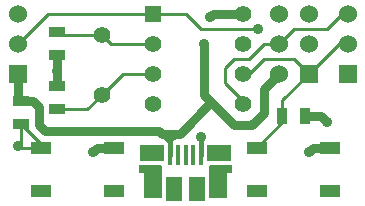
<source format=gtl>
G04 (created by PCBNEW (2013-07-07 BZR 4022)-stable) date 9/10/2013 12:20:35 AM*
%MOIN*%
G04 Gerber Fmt 3.4, Leading zero omitted, Abs format*
%FSLAX34Y34*%
G01*
G70*
G90*
G04 APERTURE LIST*
%ADD10C,0.00590551*%
%ADD11R,0.055X0.035*%
%ADD12R,0.035X0.055*%
%ADD13R,0.06X0.06*%
%ADD14C,0.06*%
%ADD15C,0.056*%
%ADD16R,0.0157X0.0689*%
%ADD17R,0.0561X0.0814*%
%ADD18R,0.0843X0.0571*%
%ADD19R,0.0719X0.025*%
%ADD20R,0.063X0.1116*%
%ADD21C,0.063*%
%ADD22C,0.0571*%
%ADD23R,0.055X0.055*%
%ADD24C,0.055*%
%ADD25R,0.0708661X0.0433071*%
%ADD26C,0.035*%
%ADD27C,0.03*%
%ADD28C,0.015*%
%ADD29C,0.01*%
G04 APERTURE END LIST*
G54D10*
G54D11*
X84300Y-58625D03*
X84300Y-59375D03*
X84300Y-61175D03*
X84300Y-60425D03*
G54D12*
X92575Y-61400D03*
X91825Y-61400D03*
G54D11*
X83100Y-60925D03*
X83100Y-61675D03*
G54D13*
X92700Y-60000D03*
G54D14*
X91700Y-60000D03*
X92700Y-59000D03*
X91700Y-59000D03*
X92700Y-58000D03*
X91700Y-58000D03*
G54D13*
X83000Y-60000D03*
G54D14*
X83000Y-59000D03*
X83000Y-58000D03*
G54D13*
X94000Y-60000D03*
G54D14*
X94000Y-59000D03*
X94000Y-58000D03*
G54D15*
X85800Y-60700D03*
X85800Y-58700D03*
G54D16*
X88088Y-62719D03*
X88344Y-62719D03*
X88600Y-62719D03*
X88856Y-62719D03*
X89112Y-62719D03*
G54D17*
X88221Y-63844D03*
X88979Y-63844D03*
G54D18*
X87486Y-62660D03*
X89714Y-62660D03*
G54D19*
X87424Y-63173D03*
X89776Y-63173D03*
G54D20*
X87517Y-63606D03*
X89683Y-63606D03*
G54D21*
X87517Y-63831D03*
X89683Y-63831D03*
G54D22*
X87621Y-62661D03*
X89579Y-62661D03*
G54D23*
X87500Y-58000D03*
G54D24*
X87500Y-59000D03*
X87500Y-60000D03*
X87500Y-61000D03*
X90500Y-61000D03*
X90500Y-60000D03*
X90500Y-59000D03*
X90500Y-58000D03*
G54D25*
X90979Y-62471D03*
X93420Y-62471D03*
X93420Y-63928D03*
X90979Y-63928D03*
X83779Y-62471D03*
X86220Y-62471D03*
X86220Y-63928D03*
X83779Y-63928D03*
G54D26*
X90800Y-61700D03*
X93300Y-61600D03*
X89200Y-59000D03*
X89400Y-58100D03*
X91000Y-58500D03*
X83000Y-62400D03*
X89100Y-62100D03*
X85500Y-62600D03*
X92700Y-62600D03*
X84300Y-59900D03*
G54D27*
X84100Y-61900D02*
X83900Y-61900D01*
X87700Y-61900D02*
X84100Y-61900D01*
X83525Y-60925D02*
X83100Y-60925D01*
X83700Y-61100D02*
X83525Y-60925D01*
X83700Y-61700D02*
X83700Y-61100D01*
X83900Y-61900D02*
X83700Y-61700D01*
X88300Y-62000D02*
X87800Y-62000D01*
X87800Y-62000D02*
X87700Y-61900D01*
X83100Y-60925D02*
X83125Y-60925D01*
G54D28*
X87700Y-61900D02*
X88088Y-62288D01*
X88088Y-62719D02*
X88088Y-62288D01*
X88088Y-62288D02*
X88088Y-62212D01*
G54D27*
X88400Y-62000D02*
X89450Y-60950D01*
X88300Y-62000D02*
X88400Y-62000D01*
G54D28*
X88088Y-62212D02*
X88300Y-62000D01*
G54D27*
X92575Y-61400D02*
X93100Y-61400D01*
X93100Y-61400D02*
X93300Y-61600D01*
X90500Y-58000D02*
X89500Y-58000D01*
X91200Y-60500D02*
X91700Y-60000D01*
X91200Y-61300D02*
X91200Y-60500D01*
X90800Y-61700D02*
X91200Y-61300D01*
X90200Y-61700D02*
X90800Y-61700D01*
X89200Y-60700D02*
X89450Y-60950D01*
X89450Y-60950D02*
X90200Y-61700D01*
X89200Y-60600D02*
X89200Y-60700D01*
X89200Y-59000D02*
X89200Y-60600D01*
X89500Y-58000D02*
X89400Y-58100D01*
X83000Y-60000D02*
X83000Y-60825D01*
X83000Y-60825D02*
X83100Y-60925D01*
G54D29*
X92700Y-60000D02*
X92200Y-59500D01*
X90700Y-60000D02*
X90500Y-60000D01*
X91200Y-59500D02*
X90700Y-60000D01*
X92200Y-59500D02*
X91200Y-59500D01*
X91825Y-61400D02*
X91825Y-61626D01*
X91825Y-61626D02*
X90979Y-62471D01*
X91825Y-61400D02*
X91825Y-60875D01*
X91825Y-60875D02*
X92700Y-60000D01*
X94000Y-59000D02*
X93700Y-59000D01*
X93700Y-59000D02*
X92700Y-60000D01*
X90500Y-61000D02*
X90500Y-60900D01*
X91200Y-59000D02*
X91700Y-59000D01*
X90700Y-59500D02*
X91200Y-59000D01*
X90200Y-59500D02*
X90700Y-59500D01*
X89900Y-59800D02*
X90200Y-59500D01*
X89900Y-60300D02*
X89900Y-59800D01*
X90500Y-60900D02*
X89900Y-60300D01*
X94000Y-58000D02*
X93800Y-58000D01*
X92200Y-58500D02*
X91700Y-59000D01*
X93300Y-58500D02*
X92200Y-58500D01*
X93800Y-58000D02*
X93300Y-58500D01*
X88600Y-58000D02*
X87500Y-58000D01*
X89100Y-58500D02*
X88600Y-58000D01*
X91000Y-58500D02*
X89100Y-58500D01*
X87500Y-58000D02*
X84000Y-58000D01*
X84000Y-58000D02*
X83000Y-59000D01*
X83779Y-62471D02*
X83071Y-62471D01*
X83071Y-62471D02*
X83000Y-62400D01*
X83100Y-62300D02*
X83100Y-61675D01*
X83000Y-62400D02*
X83100Y-62300D01*
X83779Y-62471D02*
X83779Y-62354D01*
X83779Y-62354D02*
X83100Y-61675D01*
G54D28*
X89112Y-62719D02*
X89112Y-62112D01*
X89112Y-62112D02*
X89100Y-62100D01*
G54D27*
X86220Y-62471D02*
X85628Y-62471D01*
X85628Y-62471D02*
X85500Y-62600D01*
X93420Y-62471D02*
X92828Y-62471D01*
X92828Y-62471D02*
X92700Y-62600D01*
X84300Y-59375D02*
X84300Y-59900D01*
X84300Y-59900D02*
X84300Y-60425D01*
G54D29*
X84300Y-61175D02*
X85325Y-61175D01*
X85325Y-61175D02*
X85800Y-60700D01*
X87500Y-60000D02*
X86500Y-60000D01*
X86500Y-60000D02*
X85800Y-60700D01*
X85800Y-58700D02*
X84375Y-58700D01*
X84375Y-58700D02*
X84300Y-58625D01*
X87500Y-59000D02*
X86100Y-59000D01*
X86100Y-59000D02*
X85800Y-58700D01*
M02*

</source>
